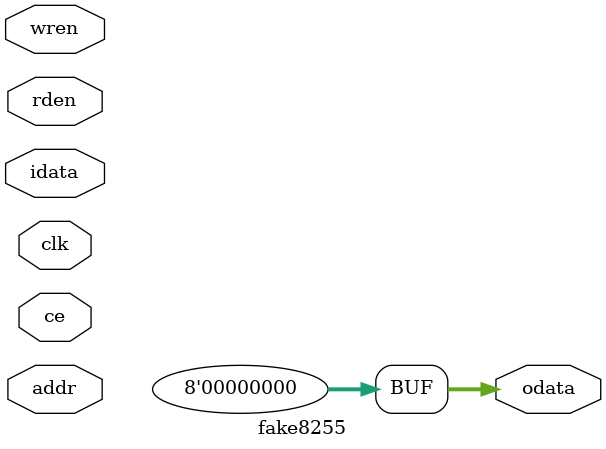
<source format=v>


//`default_nettype none

// Undefine following for smaller/faster builds
`define WITH_CPU			
`define WITH_KEYBOARD
`define WITH_VI53
`define WITH_AY
`define WITH_FLOPPY
`define WITH_OSD
`define WITH_DE1_JTAG
`define JTAG_AUTOHOLD
`define FLOPPYLESS_HAX	// set FDC odata to $00 when compiling without floppy

module vector06cc(
//		CLOCK_27,
		clk50mhz,
//		KEY[3:0],
//		LEDr[9:0],
//		LEDg[7:0],
//		SW[9:0],
//		HEX0,
//		HEX1,
//		HEX2,
//		HEX3, 
		////////////////////	SRAM Interface		////////////////
		SRAM_DQ,						//	SRAM Data bus 16 Bits
		SRAM_ADDR,						//	SRAM Address bus 18 Bits
//		SRAM_UB_N,						//	SRAM High-byte Data Mask 
//		SRAM_LB_N,						//	SRAM Low-byte Data Mask 
		SRAM_WE_N,						//	SRAM Write Enable
//		SRAM_CE_N,						//	SRAM Chip Enable
		SRAM_OE_N,						//	SRAM Output Enable
		 
		VGA_HS,
		VGA_VS,
		VGA_R,
		VGA_G,
		VGA_B, 
		
		////////////////////	I2C		////////////////////////////
//		I2C_SDAT,						//	I2C Data
//		I2C_SCLK,						//	I2C Clock
		
//		AUD_BCLK, 
//		AUD_DACDAT, 
//		AUD_DACLRCK,
//		AUD_XCK,
//		AUD_ADCLRCK,
//		AUD_ADCDAT,

		// TDA1543
		DAC_BCK,
		DCLK,
		ASDO,

		// PS/2 Keyboard
		PS2_CLK,
		PS2_DAT,

		////////////////////	USB JTAG link	////////////////////
//		TDI,  							// CPLD -> FPGA (data in)
//		TCK,  							// CPLD -> FPGA (clk)
//		TCS,  							// CPLD -> FPGA (CS)
//	    TDO,  							// FPGA -> CPLD (data out)

		////////////////////	SD_Card Interface	////////////////
		SD_DAT,							//	SD Card Data
		SD_DAT3,						//	SD Card Data 3
		SD_CMD,							//	SD Card Command Signal
		SD_CLK,							//	SD Card Clock
		
		///////////////////// USRAT //////////////////////
		UART_TXD,
		UART_RXD

		// TEST PIN
//		GPIO_0,
//		GPIO_1,
);

//input [1:0]		CLOCK_27;
input			clk50mhz;
//input [3:0] 	KEY;
//output [9:0] 	LEDr;
//output [7:0] 	LEDg;
//input [9:0] 	SW; 

//output [6:0] 	HEX0;
//output [6:0] 	HEX1;
//output [6:0] 	HEX2;
//output [6:0] 	HEX3;

////////////////////////	SRAM Interface	////////////////////////
//inout	[15:0]	SRAM_DQ;				//	SRAM Data bus 16 Bits
inout	[7:0]	SRAM_DQ;				//	SRAM Data bus 8 Bits
//output	[17:0]	SRAM_ADDR;				//	SRAM Address bus 18 Bits
output	[18:0]	SRAM_ADDR;				//	SRAM Address bus 19 Bits
//output			SRAM_UB_N;				//	SRAM High-byte Data Mask 
//output			SRAM_LB_N;				//	SRAM Low-byte Data Mask 
output			SRAM_WE_N;				//	SRAM Write Enable
//output			SRAM_CE_N;				//	SRAM Chip Enable
output			SRAM_OE_N;				//	SRAM Output Enable

/////// VGA
output 			VGA_HS;
output 			VGA_VS;
//output	[3:0] 	VGA_R;
output	[2:0] 	VGA_R;
//output	[3:0] 	VGA_G;
output	[2:0] 	VGA_G;
//output	[3:0] 	VGA_B;
output	[2:0] 	VGA_B;

////////////////////////	I2C		////////////////////////////////
//inout			I2C_SDAT;				//	I2C Data
//output			I2C_SCLK;				//	I2C Clock

//inout			AUD_BCLK;
//output			AUD_DACDAT;
//output			AUD_DACLRCK;
//output			AUD_XCK;

//output			AUD_ADCLRCK;			//	Audio CODEC ADC LR Clock
//input			AUD_ADCDAT;				//	Audio CODEC ADC Data

output			DAC_BCK;
output			DCLK;
output			ASDO;

input			PS2_CLK;
input			PS2_DAT;

////////////////////	USB JTAG link	////////////////////////////
//input  			TDI;					// CPLD -> FPGA (data in)
//input  			TCK;					// CPLD -> FPGA (clk)
//input  			TCS;					// CPLD -> FPGA (CS)
//output 			TDO;					// FPGA -> CPLD (data out)

////////////////////	SD Card Interface	////////////////////////
input			SD_DAT;					//	SD Card Data 			(MISO)
output			SD_DAT3;				//	SD Card Data 3 			(CSn)
output			SD_CMD;					//	SD Card Command Signal	(MOSI)
output			SD_CLK;					//	SD Card Clock			(SCK)

output			UART_TXD;
input			UART_RXD;

//output [12:0] GPIO_0;
//output [35:0]	GPIO_1;
wire [12:0] GPIO_0;
wire [35:0] GPIO_1;


// CLOCK SETUP
wire mreset_n = KEY[0] & ~kbd_key_blkvvod;
wire mreset = !mreset_n;
//wire clk24, clk18, clk14, clkpal4FSC;
wire clk24, clk14, clkpal4FSC;
wire ce12, ce6, ce6x, ce3, vi53_timer_ce, video_slice, pipe_ab;

clockster clockmaker(
//	.clk(CLOCK_27), 
	.clk50(clk50mhz),
	.clk24(clk24), 
//	.clk18(clk18),
	.clkdac(clkdac),
	.clk14(clk14),
	.ce12(ce12), 
	.ce6(ce6),
	.ce6x(ce6x),
	.ce3(ce3), 
	.video_slice(video_slice), 
	.pipe_ab(pipe_ab), 
	.ce1m5(vi53_timer_ce),
	.clkpalFSC(clkpal4FSC) );
	

//assign AUD_XCK = clk18;
wire tape_input;
//soundcodec soundnik(
//					.clk18(clk18), 
//					.pulses({vv55int_pc_out[0],vi53_out}), 
//					.pcm(ay_sound),
//					.tapein(tape_input), 
//					.reset_n(mreset_n),
//					.oAUD_XCK(AUD_XCK),
//					.oAUD_BCK(AUD_BCLK), 
//					.oAUD_DATA(AUD_DACDAT),
//					.oAUD_LRCK(AUD_DACLRCK),
//					.iAUD_ADCDAT(AUD_ADCDAT), 
//					.oAUD_ADCLRCK(AUD_ADCLRCK),
//				   );

wire [15:0] out_L;
wire [15:0] out_R;
wire clkdac;
wire daccs = 1'b1;

tda1543 i2s(
	.reset(!mreset_n),
	.clk(clkdac),
	.cs(daccs),
	.data_l(out_L),
	.data_r(out_R),
	.bck(DAC_BCK),
	.ws(DCLK),
	.data(ASDO) );

//---------------------------------------
reg [15:0] slowclock;
wire [3:0] KEY = 4'b1111;
wire [9:0] SW = 10'b1100000000;



always @(posedge clk24) if (ce3) slowclock <= slowclock + 1'b1;

reg  breakpoint_condition;

reg slowclock_enabled;
reg singleclock_enabled;
reg warpclock_enabled;


always @(posedge clk24) 
	case ({SW[9],SW[8]}) 
			// both down = tap on key 1
	2'b00: 	{singleclock_enabled, slowclock_enabled, warpclock_enabled} = 3'b100;
			// both up = regular
	2'b11:	{singleclock_enabled, slowclock_enabled, warpclock_enabled} = 3'b000;
			// down/up == warp
	2'b01: 	{singleclock_enabled, slowclock_enabled, warpclock_enabled} = 3'b001;
			// up/down = slow
	2'b10:	{singleclock_enabled, slowclock_enabled, warpclock_enabled} = 3'b010;
	endcase

wire regular_clock_enabled = !slowclock_enabled & !singleclock_enabled & !breakpoint_condition;
wire singleclock;

singleclockster keytapclock(clk24, singleclock_enabled, KEY[1], singleclock);

reg cpu_ce;
always @* 
	casex ({singleclock_enabled, slowclock_enabled, warpclock_enabled})
	3'b1xx:
		cpu_ce <= singleclock;
	3'bx1x:
		cpu_ce <= (slowclock == 0) & ce3;
	3'bxx1:
		cpu_ce <= ce12 & ~video_slice;
	3'b000:
		cpu_ce <= ce3;
	endcase

reg [15:0] clock_counter;
always @(posedge clk24) begin
	if (~RESET_n) 
		clock_counter <= 0;
	else if (cpu_ce & ~halt_ack) 
		clock_counter <= clock_counter + 1'b1;
end

/////////////////
// WAIT STATES //
/////////////////

// a very special waitstate generator
reg [4:0] 	ws_counter = 0;
reg 		ws_latch;
always @(posedge clk24) ws_counter <= ws_counter + 1'b1;

wire [3:0] ws_rom = ws_counter[4:1];
wire ws_cpu_time = ws_rom[3:1] == 3'b101;
wire ws_req_n = ~(DO[7] | ~DO[1]) | DO[4] | DO[6];	// == 0 when cpu wants cock

always @(posedge clk24) begin
	if (cpu_ce) begin
		if (SYNC & ~warpclock_enabled) begin	
			// if this is not a cpu slice (ws_rom[2]) and cpu wants access, latch the ws flag
			if (~ws_req_n & ~ws_cpu_time) begin
				READY <= 0;
			end
`ifdef WITH_BREAKPOINTS			
			if (singleclock) begin
				breakpoint_condition <= 0;
			end
			else if (A == 16'h0100) begin
				breakpoint_condition <= 1;
			end
`else
			breakpoint_condition <= 0;
`endif
		end
	end
	// reset the latch when it's time
	if (ws_cpu_time) begin
		READY <= 1;
	end
end



/////////////////
// DEBUG PINS  //
/////////////////
//assign GPIO_0[8:0] = {clk24, ce12, ce6, ce3, vi53_timer_ce, video_slice, clkpal4FSC, 1'b1, tv_test[0]};

/////////////////
// CPU SECTION //
/////////////////
wire RESET_n = mreset_n & !blksbr_reset_pulse;
reg READY;
wire HOLD = jHOLD | SW[7] | osd_command_bushold | floppy_death_by_floppy;
wire INT = int_request;
wire INTE;
wire DBIN;
wire SYNC;
wire VAIT;
wire HLDA;
wire WR_n;

wire [15:0] VIDEO_A;
wire [15:0] A;
wire [7:0] DI;
wire [7:0] DO;


reg[7:0] status_word;

reg[9:0] gledreg;

//assign LEDr[7:0] = SW[0] == 0 ? DI : SW[1] == 0 ? DO : gledreg[7:0];
//assign LEDr[9:8] = gledreg[9:8];
//assign LEDg = SW[2] ? status_word : {vv55int_pb_out[3:0],video_palette_value[3:0]};
//wire [1:0] sw23 = {SW[3],SW[2]};

wire [7:0] kbd_keystatus = {kbd_mod_rus, kbd_key_shift, kbd_key_ctrl, kbd_key_rus, kbd_key_blksbr};

//assign LEDg = sw23 == 0 ? status_word 
//			: sw23 == 1 ? floppy_leds//{floppy_rden,floppy_odata[6:0]}//{kbd_keystatus} 
//			: sw23 == 2 ? floppy_status 
//			: {vi53_timer_ce, INT, interrupt_ack, mJTAG_SELECT, mJTAG_SRAM_WR_N, SRAM_ADDR[17:15]};
			
//SEG7_LUT_4 seg7display(HEX0, HEX1, HEX2, HEX3, /*SW[4] ? clock_counter :*/ A);


wire ram_read;
wire ram_write_n;
wire io_write;
wire io_stack;
wire io_read;
wire interrupt_ack;
wire halt_ack;
wire WRN_CPUCE = WR_n | ~cpu_ce;

`ifdef WITH_CPU
	T8080se CPU(RESET_n, clk24, cpu_ce, READY, HOLD, INT, INTE, DBIN, SYNC, VAIT, HLDA, WR_n, A, DI, DO);
	assign ram_read = status_word[7];
	assign ram_write_n = status_word[1];
	assign io_write = status_word[4];
	assign io_stack = status_word[2];
	assign io_read  = status_word[6];
	assign halt_ack = status_word[3];
	assign interrupt_ack = status_word[0];
`else
	assign WR_n = 1;
	assign DO = 8'h00;
	assign A = 16'hffff;
	assign ram_read = 0;
	assign ram_write_n = 1;
	assign io_write = 0;
	assign io_stack = 0;
	assign io_read  = 0;
	assign interrupt_ack = 1;
`endif

always @(posedge clk24) begin
	if (cpu_ce) begin
		if (WR_n == 0) gledreg[7:0] <= DO;
		if (SYNC) begin
			status_word <= DO;
		end 
		
		address_bus_r <= address_bus[7:0];
	end
end



//////////////
// MEMORIES //
//////////////

wire[7:0] ROM_DO;
lpm_rom0 bootrom(A[11:0], clk24, ROM_DO);


//assign SRAM_CE_N = 0;
//assign SRAM_OE_N = !rom_access && !ram_write_n && !video_slice && !mJTAG_SRAM_WR_N;
assign SRAM_OE_N = !rom_access && !ram_write_n && !video_slice;

reg [7:0] address_bus_r;	// registered address for i/o

wire [15:0] address_bus = video_slice & regular_clock_enabled ? VIDEO_A : A;

wire rom_access = (!disable_rom) & (A < 2048);
wire [7:0] sram_data_in;
assign DI = interrupt_ack ? 8'hFF : io_read ? peripheral_data_in : rom_access ? ROM_DO : sram_data_in;

wire [2:0]	ramdisk_page;

sram_map sram_map(
	.SRAM_ADDR(SRAM_ADDR), 
	.SRAM_DQ(SRAM_DQ), 
	.SRAM_WE_N(SRAM_WE_N), 
//	.SRAM_UB_N(SRAM_UB_N), 
//	.SRAM_LB_N(SRAM_LB_N), 
	.memwr_n(WRN_CPUCE | ram_write_n | io_write), 
	.abus(address_bus), 
	.dout(DO), 
	.din(sram_data_in),
	.ramdisk_page(video_slice ? 3'b000 : ramdisk_page)
//	.jtag_addr(mJTAG_ADDR),
//	.jtag_din(mJTAG_DATA_FROM_HOST),
//	.jtag_do(mJTAG_DATA_TO_HOST),
//	.jtag_jtag(mJTAG_SELECT),
//	.jtag_nwe(mJTAG_SRAM_WR_N)
	);
	

wire [7:0] 	kvaz_debug;
wire		ramdisk_control_write = address_bus_r == 8'h10 && io_write & ~WR_n; 
kvaz ramdisk(
	.clk(clk24), 
	.clke(cpu_ce), 
	.reset(mreset),
	.address(address_bus),
	.select(ramdisk_control_write),
	.data_in(DO),
	.stack(io_stack), 
	.memwr(~ram_write_n), 
	.memrd(ram_read), 
	.bigram_addr(ramdisk_page),
	.debug(kvaz_debug)
);


///////////
// VIDEO //
///////////
wire [7:0] 	video_scroll_reg = vv55int_pa_out;
reg [7:0] 	video_palette_value;
reg [3:0]	video_border_index;
reg			video_palette_wren;
reg			video_mode512;

wire [3:0] coloridx;
wire retrace;			// 1 == retrace in progress

wire vga_vs;
wire vga_hs;


wire [1:0]		tv_mode = {SW[4], SW[5]};

wire 		tv_sync;
wire [7:0] 	tv_luma;
wire [7:0]	tv_chroma;
wire [7:0]  tv_test;

video vidi(.clk24(clk24), .ce12(ce12), .ce6(ce6), .ce6x(ce6x), .clk4fsc(clkpal4FSC), .video_slice(video_slice), .pipe_ab(pipe_ab),
		   .mode512(video_mode512), 
		   .SRAM_DQ(sram_data_in), .SRAM_ADDR(VIDEO_A), 
		   .hsync(vga_hs), .vsync(vga_vs), 
		   .osd_hsync(osd_hsync), .osd_vsync(osd_vsync),
		   .coloridx(coloridx),
		   .realcolor_in(realcolor2buf),
		   .realcolor_out(realcolor),
		   .retrace(retrace),
		   .video_scroll_reg(video_scroll_reg),
		   .border_idx(video_border_index),
//		   .testpin(GPIO_0[12:9]),
		   .tv_sync(tv_sync),
		   .tv_luma(tv_luma),
		   .tv_chroma(tv_chroma),
		   .tv_test(tv_test),
		   .tv_mode(tv_mode),
		   .tv_osd_fg(osd_fg),
		   .tv_osd_bg(osd_bg),
		   .tv_osd_on(osd_active));
		
wire [7:0] realcolor;		// this truecolour value fetched from buffer directly to display
wire [7:0] realcolor2buf;	// this truecolour value goes into the scan doubler buffer

wire [3:0] paletteram_adr = (retrace/*|video_palette_wren*/) ? video_border_index : coloridx;

palette_ram paletteram(.address(paletteram_adr), 
                       .data(video_palette_value), 
                       .inclock(clk24), .outclock(clk24), 
                       .wren(video_palette_wren_delayed), 
                       .q(realcolor2buf));

//reg [3:0] video_r;
//reg [3:0] video_g;
//reg [3:0] video_b;
reg [2:0] video_r;
reg [2:0] video_g;
reg [2:0] video_b;

//assign GPIO_1[29:26] = tv_luma[3:0];

assign VGA_R = tv_mode[0] ? tv_luma[3:0] : video_r;
assign VGA_G = tv_mode[0] ? tv_luma[3:0] : video_g;
assign VGA_B = tv_mode[0] ? tv_luma[3:0] : video_b;
assign VGA_VS= vga_vs;
assign VGA_HS= vga_hs;

wire [1:0] 	lowcolor_b = {2{osd_active}} & {realcolor[7],1'b0};
wire 		lowcolor_g = osd_active & realcolor[5];
wire 		lowcolor_r = osd_active & realcolor[2];

wire [7:0] 	overlayed_colour = osd_active ? osd_colour : realcolor;

always @(posedge clk24) begin
//	video_r <= {overlayed_colour[2:0], lowcolor_r};
//	video_g <= {overlayed_colour[5:3], lowcolor_g};
//	video_b <= {overlayed_colour[7:6], lowcolor_b};
	video_r <= {overlayed_colour[2:1], lowcolor_r};
	video_g <= {overlayed_colour[5:4], lowcolor_g};
	video_b <= {overlayed_colour[7:6], lowcolor_b};
end


///////////
// RST38 //
///////////

// Retrace irq delay:
wire int_delay;
reg int_request;
wire int_rq_tick;
reg  int_rq_hist;

oneshot #(10'd28) retrace_delay(clk24, cpu_ce, retrace, int_delay);
oneshot #(10'd191) retrace_irq(clk24, cpu_ce, ~int_delay, int_rq_tick);

//assign int_rq_tick_inte = ~interrupt_ack & INTE & int_rq_tick;

always @(posedge clk24) begin
    int_rq_hist <= int_rq_tick;
    
    if (~int_rq_hist & int_rq_tick & INTE) 
        int_request <= 1;
    
    if (interrupt_ack)
        int_request <= 0;
end

///////////////////
// PS/2 KEYBOARD //
///////////////////
reg 		kbd_mod_rus;
wire [7:0]	kbd_rowselect = ~vv55int_pa_out;
wire [7:0]	kbd_rowbits;
wire 		kbd_key_shift;
wire		kbd_key_ctrl;
wire		kbd_key_rus;
wire		kbd_key_blksbr;
wire		kbd_key_blkvvod = kbd_key_blkvvod_phy | osd_command_f11;
wire		kbd_key_blkvvod_phy;
wire		kbd_key_scrolllock;
wire [5:0]	kbd_keys_osd;

`ifdef WITH_KEYBOARD
	vectorkeys kbdmatrix(
		.clkk(clk24), 
		.reset(~KEY[0]), 
		.ps2_clk(PS2_CLK), 
		.ps2_dat(PS2_DAT), 
		.mod_rus(kbd_mod_rus), 
		.rowselect(kbd_rowselect), 
		.rowbits(kbd_rowbits), 
		.key_shift(kbd_key_shift), 
		.key_ctrl(kbd_key_ctrl), 
		.key_rus(kbd_key_rus), 
		.key_blksbr(kbd_key_blksbr), 
		.key_blkvvod(kbd_key_blkvvod_phy),
		.key_bushold(kbd_key_scrolllock),
		.key_osd(kbd_keys_osd),
		.osd_active(scrollock_osd)
		);
`else
	assign kbd_rowbits = 8'hff;
	assign kbd_key_shift = 0;
	assign kbd_key_ctrl = 0;
	assign kbd_key_rus = 0;
	assign kbd_key_blksbr = 0;
	assign kbd_key_blkvvod_phy = 0;
	assign kbd_key_scrolllock = 0;
`endif



///////////////
// I/O PORTS //
///////////////

reg [7:0] peripheral_data_in;

// Priority encoder is a poor choice for bus selector, see case below, works much better
//
//always peripheral_data_in = ~vv55int_oe_n ? vv55int_odata :
//							vi53_rden ? vi53_odata : 
//							floppy_rden ? floppy_odata : 
//							~vv55pu_oe_n ? vv55pu_odata : 8'hFF;
always
	case ({ay_rden, ~vv55int_oe_n, vi53_rden, floppy_rden, vv55pu_rden}) 
		5'b10000: peripheral_data_in <= ay_odata;
		5'b01000: peripheral_data_in <= vv55int_odata;
		5'b00100: peripheral_data_in <= vi53_odata;
		5'b00010: peripheral_data_in <= floppy_odata;
		5'b00001: peripheral_data_in <= vv55pu_odata;
		default: peripheral_data_in <= 8'hFF;
	endcase

// Devices:
//   000xxxYY [a7:a0]
//  	000: internal VV55
//		001: external VV55 (PU)
//		010: VI53 interval timer
//		011: internal: 	00: palette data out
//						01-11: joystick inputs
//		100: ramdisk bank switching
//		101: AY-3-8910, ports 14, 15 (00, 01)
//		110: FDC ($18-$1B)
//      111: FDC ($1C, secondary control reg)

reg [5:0] portmap_device;				
always portmap_device = address_bus_r[7:2];



///////////////////////
// vv55 #1, internal //
///////////////////////

wire		vv55int_sel = portmap_device == 3'b000;

wire [1:0] 	vv55int_addr = 	~address_bus_r[1:0];
wire [7:0] 	vv55int_idata = DO;	
wire [7:0] 	vv55int_odata;
wire		vv55int_oe_n;

wire vv55int_cs_n = !(/*~ram_write_n &*/ (io_read | io_write) & vv55int_sel);
wire vv55int_rd_n = ~io_read;//~DBIN;
wire vv55int_wr_n = WR_n | ~cpu_ce;

reg [7:0]	vv55int_pa_in;
reg [7:0]	vv55int_pb_in;
reg [7:0]	vv55int_pc_in;

wire [7:0]	vv55int_pa_out;
wire [7:0]	vv55int_pb_out;
wire [7:0]	vv55int_pc_out;

wire [7:0] vv55int_pa_oe_n;
wire [7:0] vv55int_pb_oe_n;
wire [7:0] vv55int_pc_oe_n;

I82C55 vv55int(
	vv55int_addr,
	vv55int_idata,
	vv55int_odata,
	vv55int_oe_n,
	
	vv55int_cs_n,
	vv55int_rd_n,
	vv55int_wr_n,
	
	vv55int_pa_in,
	vv55int_pa_out,
	vv55int_pa_oe_n,				// enable always
	
	vv55int_pb_in,					// see keyboard
	vv55int_pb_out,
	vv55int_pb_oe_n,				// enable always
	
	vv55int_pc_in,
	vv55int_pc_out,
	vv55int_pc_oe_n,				// enable always
	
	mreset, 	// active 1
	
	cpu_ce,
	clk24);

always @(posedge clk24) begin
	// port B
	video_border_index <= vv55int_pb_out[3:0];	// == palette address for out $0C

`ifdef WITH_CPU
	video_mode512 <= vv55int_pb_out[4];
`else
	video_mode512 <= 1'b0;
`endif
	// port C
	gledreg[9] <= vv55int_pc_out[3];		// RUS/LAT LED
end	

always @(kbd_rowbits) vv55int_pb_in <= ~kbd_rowbits;
always @(kbd_key_shift or kbd_key_ctrl or kbd_key_rus) begin
	vv55int_pc_in[5] <= ~kbd_key_shift;
	vv55int_pc_in[6] <= ~kbd_key_ctrl;
	vv55int_pc_in[7] <= ~kbd_key_rus;
end
always @(tape_input, SW) vv55int_pc_in[4] <= ~SW[6] & tape_input;
always @* vv55int_pc_in[3:0] <= 4'b1111;


//////////////////////
// vv55 #1, fake PU //
//////////////////////
wire		vv55pu_sel = portmap_device == 3'b001;

wire [1:0] 	vv55pu_addr = 	~address_bus_r[1:0];
wire [7:0] 	vv55pu_idata = DO;	
wire [7:0] 	vv55pu_odata;

wire 		vv55pu_rden = io_read & vv55pu_sel;
wire 		vv55pu_wren = ~WR_n & io_write & vv55pu_sel;

fake8255 fakepaw0(
	.clk(clk24),
	.ce(cpu_ce),
	.addr(vv55pu_addr),
	.idata(DO),
	.odata(vv55pu_odata),
	.wren(vv55pu_wren),
	.rden(vv55pu_rden));



////////////////////////////////
// 580VI53 timer: ports 08-0B //
////////////////////////////////
wire			vi53_sel = portmap_device == 3'b010;
wire			vi53_wren = ~WR_n & io_write & vi53_sel; 
wire			vi53_rden = io_read & vi53_sel;
wire	[2:0] 	vi53_out;
wire	[7:0]	vi53_odata;
wire	[9:0]	vi53_testpin;

`ifdef WITH_VI53
pit8253 vi53(
			clk24, 
			cpu_ce, 
			vi53_timer_ce, 
			~address_bus_r[1:0], 
			vi53_wren, 
			vi53_rden, 
			DO, 
			vi53_odata, 
			3'b111, 
			vi53_out, 
			vi53_testpin);
`endif



////////////////////////////
// Internal ports, $0C -- //
////////////////////////////
wire		iports_sel 		= portmap_device == 3'b011;
wire		iports_write 	= /*~ram_write_n &*/ io_write & iports_sel; // this repeats as a series of 3 _|||_ wtf

// port $0C-$0F: palette value out
wire iports_palette_sel = address_bus[1:0] == 2'b00;		// not used <- must be fixed some day


// simulate real Vector-06c K155RU2 (SN7489N)
// K155RU2 is asynchronous and remembers input value 
// for every address set while WR is active (0).
// Allegedly, real Vector-06c holds WR cycle for 
// approximately 3 pixel clocks
reg [3:0] palette_wr_sim;

always @(posedge clk24) begin
	if (iports_write & ~WR_n & cpu_ce) begin
		video_palette_value <= DO;
		palette_wr_sim <= 3;
	end 
	if (ce6 && |palette_wr_sim) palette_wr_sim <= palette_wr_sim - 1'b1;
end

always @*
	video_palette_wren <= |palette_wr_sim;

// delay palette_wren to match the real hw timings
reg [7:0] video_palette_wren_buf;
wire      video_palette_wren_delayed = video_palette_wren_buf[7];
always @(posedge clk24) begin
	if (ce12) video_palette_wren_buf <= {video_palette_wren_buf[6:0],video_palette_wren};
end



//////////////////////////////////
// Floppy Disk Controller ports //
//////////////////////////////////

wire [7:0]	osd_command;

wire		osd_command_bushold = osd_command[0];
wire		osd_command_f12		= osd_command[1];
wire		osd_command_f11		= osd_command[2];

wire [7:0]	floppy_leds;

wire		floppy_sel = portmap_device[2:1] == 2'b11; // both 110 and 111
wire		floppy_wren = ~WR_n & io_write & floppy_sel;
wire		floppy_rden  = io_read & floppy_sel;

wire		floppy_death_by_floppy;


`ifdef WITH_FLOPPY
wire [7:0]	floppy_odata;
wire [7:0]	floppy_status;

floppy flappy(
	.clk(clk24), 
	.ce(cpu_ce),  
	.reset_n(KEY[0]), 		// to make it possible to change a floppy image, then press F11
	
	// sd card signals
	.sd_dat(SD_DAT), 
	.sd_dat3(SD_DAT3), 
	.sd_cmd(SD_CMD), 
	.sd_clk(SD_CLK), 
	
	// uart comms
	.uart_txd(UART_TXD),
	
	// io ports
	.hostio_addr({address_bus_r[2],~address_bus_r[1:0]}),
	.hostio_idata(DO),
	.hostio_odata(floppy_odata),
	.hostio_rd(floppy_rden),
	.hostio_wr(floppy_wren),
	
	// screen memory
	.display_addr(osd_address),
	.display_data(osd_data),
	.display_wren(osd_wren),
	.display_idata(osd_q),
	
	.keyboard_keys(kbd_keys_osd),
	
	.osd_command(osd_command),
	
	// debug 
	.green_leds(floppy_leds),
	//.red_leds(floppy_leds),
	.debug(floppy_status),
	.host_hold(floppy_death_by_floppy)
	);
	//green_leds, red_leds, debug, debugidata);

`else 
assign floppy_death_by_floppy = 0;
wire [7:0]	floppy_odata = 
`ifdef FLOPPYLESS_HAX
	8'h00;
`else
	8'hFF;
`endif	
wire [7:0]	floppy_status = 8'hff;
`endif



///////////////////////
// On-Screen Display //
///////////////////////
wire			osd_hsync, osd_vsync; 	// provided by video.v
reg				osd_active;
reg	[7:0]		osd_colour;
always @(posedge clk24)
	if (scrollock_osd & osd_bg) begin
		osd_active <= 1;
		osd_colour <= osd_fg ? 8'b11111110 : 8'b01011001;	// slightly greenish tint hopefully
	end else 
		osd_active <= 0;

wire			osd_fg;
wire			osd_bg;
wire			osd_wren;
wire[7:0]		osd_data;
wire[7:0]		osd_rq;
wire[7:0]		osd_address;

wire[7:0]		osd_q = osd_rq + 8'd32;

`ifdef WITH_OSD
textmode osd(
	.clk(clk24),
	.ce(tv_mode[0] ? ce6 : 1'b1),
	.vsync(osd_vsync),
	.hsync(osd_hsync),
	.pixel(osd_fg),
	.background(osd_bg),
	.address(osd_address),
	.data(osd_data - 8'd32),		// OSD encoding has 00 == 32
	.wren(osd_wren),
	.q(osd_rq)
	);
`else
assign osd_fg = 0;
assign osd_bg = 0;
assign osd_rq  = 0;
`endif



////////
// AY //
////////
wire [7:0]	ay_odata;

//`ifdef WITH_AY
wire		ay_sel = portmap_device == 3'b101 && address_bus_r[1] == 0; // only ports $14 and $15
wire		ay_wren = ~WR_n & io_write & ay_sel;
wire		ay_rden = io_read & ay_sel;
//wire [7:0]	ay_sound;

reg [2:0] aycectr;
always @(posedge clk14) aycectr <= aycectr + 1'd1;

ayglue shrieker(.clk(clk14), 
				.ce(aycectr == 0),
				.reset_n(mreset_n), 
				.address(address_bus_r[0]),
				.data(DO), 
				.q(ay_odata),
				.wren(ay_wren),
				.rden(ay_rden),
				.outL(out_L),
				.outR(out_R));
//				.sound(ay_sound));

//`else
//wire [7:0] 	ay_sound = 8'b0;
//wire		ay_rden = 1'b0;
//assign		ay_odata = 8'hFF;
//`endif



//////////////////
// Special keys //
//////////////////

wire	scrollock_osd;
wire	blksbr_reset_pulse;
wire	disable_rom;

specialkeys skeys(
				.clk(clk24), 
				.cpu_ce(cpu_ce),
				.reset_n(mreset_n), 
				.key_blksbr(KEY[3] == 1'b0 || kbd_key_blksbr == 1'b1 || osd_command_f12), 
				.key_osd(kbd_key_scrolllock),
				.o_disable_rom(disable_rom),
				.o_blksbr_reset(blksbr_reset_pulse),
				.o_osd(scrollock_osd)
				);
				
always gledreg[8] <= disable_rom;				

//I2C_AV_Config 		u7(clk24,mreset_n,I2C_SCLK,I2C_SDAT);

/////////////////
//   DE1 JTAG  //
/////////////////

// JTAG access to SRAM
//wire [17:0]	mJTAG_ADDR;
//wire [15:0]	mJTAG_DATA_TO_HOST,mJTAG_DATA_FROM_HOST;
//wire		mJTAG_SRAM_WR_N;
//wire 		mJTAG_SELECT;

wire		jHOLD;

//jtag_top	tigertiger(
//				.clk24(clk24),
//				.reset_n(mreset_n),
//				.oHOLD(jHOLD),
//				.iHLDA(HLDA),
//				.iTCK(TCK),
//				.oTDO(TDO),
//				.iTDI(TDI),
//				.iTCS(TCS),
//				.oJTAG_ADDR(mJTAG_ADDR),
//				.iJTAG_DATA_TO_HOST(mJTAG_DATA_TO_HOST),
//				.oJTAG_DATA_FROM_HOST(mJTAG_DATA_FROM_HOST),
//				.oJTAG_SRAM_WR_N(mJTAG_SRAM_WR_N),
//				.oJTAG_SELECT(mJTAG_SELECT)
//				);

endmodule

///////////////////////
// Fake 8255 for PPI //
///////////////////////
module fake8255(clk, ce, addr, idata, odata, wren, rden);
input 		clk;
input 		ce;
input [1:0]	addr;
input [7:0]	idata;
output[7:0] odata;
input		wren;
input		rden;

assign odata = 8'h00;

/*
assign odata = fakepu_regs[addr];
reg [7:0] fakepu_regs[3:0];
always @(posedge clk24) if (ce) begin: _fake_pu
	if (vv55pu_wren) begin
		fakepu_regs[addr] = idata;
	end
end
*/
endmodule


// $Id: vector06cc.v 376 2011-03-07 20:48:42Z svofski $
</source>
